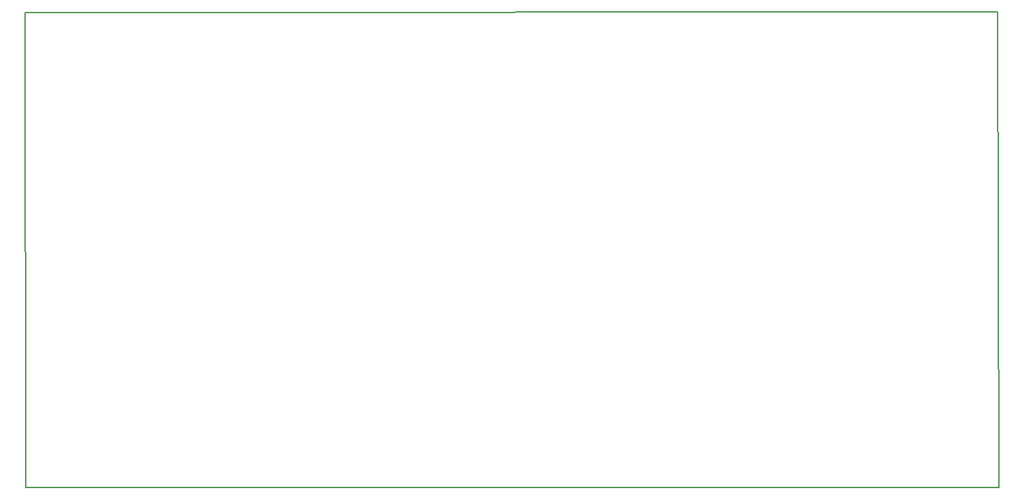
<source format=gbr>
G04 #@! TF.GenerationSoftware,KiCad,Pcbnew,5.1.7-a382d34a88~90~ubuntu20.04.1*
G04 #@! TF.CreationDate,2022-01-05T08:02:03-06:00*
G04 #@! TF.ProjectId,open-dash-daughterboard,6f70656e-2d64-4617-9368-2d6461756768,rev?*
G04 #@! TF.SameCoordinates,Original*
G04 #@! TF.FileFunction,Profile,NP*
%FSLAX46Y46*%
G04 Gerber Fmt 4.6, Leading zero omitted, Abs format (unit mm)*
G04 Created by KiCad (PCBNEW 5.1.7-a382d34a88~90~ubuntu20.04.1) date 2022-01-05 08:02:03*
%MOMM*%
%LPD*%
G01*
G04 APERTURE LIST*
G04 #@! TA.AperFunction,Profile*
%ADD10C,0.150000*%
G04 #@! TD*
G04 APERTURE END LIST*
D10*
X88225000Y-145850000D02*
X88350000Y-206825000D01*
X213050000Y-145825000D02*
X88225000Y-145850000D01*
X213200000Y-206850000D02*
X213050000Y-145825000D01*
X88350000Y-206825000D02*
X213200000Y-206850000D01*
M02*

</source>
